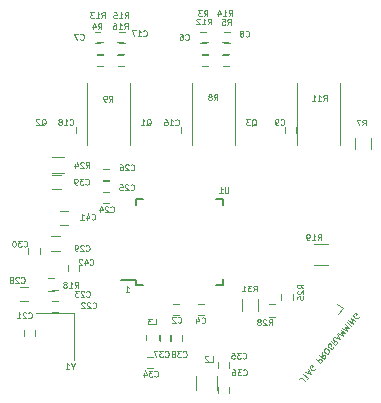
<source format=gbo>
G04 #@! TF.GenerationSoftware,KiCad,Pcbnew,(5.1.5)-3*
G04 #@! TF.CreationDate,2020-04-05T23:19:53-02:30*
G04 #@! TF.ProjectId,Thruster_Controller,54687275-7374-4657-925f-436f6e74726f,rev?*
G04 #@! TF.SameCoordinates,Original*
G04 #@! TF.FileFunction,Legend,Bot*
G04 #@! TF.FilePolarity,Positive*
%FSLAX46Y46*%
G04 Gerber Fmt 4.6, Leading zero omitted, Abs format (unit mm)*
G04 Created by KiCad (PCBNEW (5.1.5)-3) date 2020-04-05 23:19:53*
%MOMM*%
%LPD*%
G04 APERTURE LIST*
%ADD10C,0.125000*%
%ADD11C,0.120000*%
%ADD12C,0.150000*%
G04 APERTURE END LIST*
D10*
X95427142Y-106716190D02*
X95712857Y-106716190D01*
X95570000Y-106716190D02*
X95570000Y-106216190D01*
X95617619Y-106287619D01*
X95665238Y-106335238D01*
X95712857Y-106359047D01*
X110660602Y-114230678D02*
X110387015Y-114001111D01*
X110316993Y-113973437D01*
X110249906Y-113979306D01*
X110185753Y-114018719D01*
X110155144Y-114055198D01*
X110767733Y-114103004D02*
X110951387Y-113884134D01*
X110476538Y-113672175D02*
X110859560Y-113993569D01*
X110769626Y-113545132D02*
X110922671Y-113362741D01*
X110629583Y-113489784D02*
X111119736Y-113683504D01*
X110843845Y-113234436D01*
X111484109Y-113212220D02*
X111471739Y-113264003D01*
X111425825Y-113318720D01*
X111361673Y-113358133D01*
X111294586Y-113364003D01*
X111242803Y-113351633D01*
X111154542Y-113308654D01*
X111099824Y-113262741D01*
X111042172Y-113183284D01*
X111020998Y-113134436D01*
X111015129Y-113067349D01*
X111042803Y-112997327D01*
X111073412Y-112960848D01*
X111137565Y-112921435D01*
X111171108Y-112918501D01*
X111298782Y-113025632D01*
X111237565Y-113098589D01*
X111517242Y-112431913D02*
X111900264Y-112753307D01*
X112022700Y-112607393D01*
X112035069Y-112555611D01*
X112032135Y-112522067D01*
X112010961Y-112473219D01*
X111956243Y-112427306D01*
X111904461Y-112414936D01*
X111870917Y-112417870D01*
X111822069Y-112439044D01*
X111699633Y-112584958D01*
X112022289Y-111830021D02*
X112097549Y-112110740D01*
X111838635Y-112048891D02*
X112221658Y-112370284D01*
X112344093Y-112224371D01*
X112356463Y-112172588D01*
X112353529Y-112139045D01*
X112332355Y-112090197D01*
X112277637Y-112044283D01*
X112225854Y-112031914D01*
X112192311Y-112034848D01*
X112143463Y-112056022D01*
X112021027Y-112201935D01*
X112604269Y-111914306D02*
X112665487Y-111841349D01*
X112677857Y-111789566D01*
X112671988Y-111722479D01*
X112614335Y-111643022D01*
X112486661Y-111535891D01*
X112398400Y-111492912D01*
X112331313Y-111498781D01*
X112282465Y-111519955D01*
X112221247Y-111592912D01*
X112208877Y-111644695D01*
X112214747Y-111711782D01*
X112272399Y-111791239D01*
X112400073Y-111898370D01*
X112488334Y-111941349D01*
X112555421Y-111935479D01*
X112604269Y-111914306D01*
X113029860Y-111370066D02*
X113017490Y-111421848D01*
X112971577Y-111476566D01*
X112907424Y-111515979D01*
X112840337Y-111521848D01*
X112788554Y-111509479D01*
X112700293Y-111466500D01*
X112645575Y-111420586D01*
X112587923Y-111341129D01*
X112566749Y-111292281D01*
X112560880Y-111225194D01*
X112588554Y-111155172D01*
X112619163Y-111118694D01*
X112683316Y-111079281D01*
X112716859Y-111076346D01*
X112844534Y-111183477D01*
X112783316Y-111256434D01*
X113001775Y-110662715D02*
X113077035Y-110943434D01*
X112818121Y-110881585D02*
X113201144Y-111202979D01*
X113323579Y-111057065D01*
X113335949Y-111005283D01*
X113333014Y-110971739D01*
X113311841Y-110922891D01*
X113257123Y-110876978D01*
X113205340Y-110864608D01*
X113171797Y-110867542D01*
X113122949Y-110888716D01*
X113000513Y-111034630D01*
X113233646Y-110608629D02*
X113386690Y-110426237D01*
X113093602Y-110553280D02*
X113583755Y-110747000D01*
X113307864Y-110297932D01*
X113414996Y-110170258D02*
X113798018Y-110491652D01*
X113631562Y-110134411D01*
X114012280Y-110236304D01*
X113629258Y-109914910D01*
X113782303Y-109732518D02*
X114165325Y-110053912D01*
X113998869Y-109696671D01*
X114379588Y-109798564D01*
X113996565Y-109477170D01*
X114149610Y-109294778D02*
X114532632Y-109616172D01*
X114302655Y-109112387D02*
X114685677Y-109433781D01*
X114486308Y-108893517D01*
X114869330Y-109214911D01*
X115172485Y-108816584D02*
X115160115Y-108868367D01*
X115114202Y-108923084D01*
X115050049Y-108962497D01*
X114982962Y-108968367D01*
X114931179Y-108955997D01*
X114842918Y-108913018D01*
X114788201Y-108867105D01*
X114730549Y-108787648D01*
X114709375Y-108738800D01*
X114703505Y-108671713D01*
X114731180Y-108601691D01*
X114761789Y-108565212D01*
X114825941Y-108525799D01*
X114859485Y-108522865D01*
X114987159Y-108629996D01*
X114925941Y-108702953D01*
D11*
X113405557Y-108600587D02*
X113813727Y-108114149D01*
X113813727Y-108114149D02*
X113327289Y-107705979D01*
D12*
X96325000Y-105725000D02*
X95050000Y-105725000D01*
X103675000Y-106175000D02*
X103125000Y-106175000D01*
X103675000Y-98825000D02*
X103125000Y-98825000D01*
X96325000Y-98825000D02*
X96875000Y-98825000D01*
X96325000Y-106175000D02*
X96875000Y-106175000D01*
X96325000Y-98825000D02*
X96325000Y-99375000D01*
X103675000Y-98825000D02*
X103675000Y-99375000D01*
X103675000Y-106175000D02*
X103675000Y-105625000D01*
X96325000Y-106175000D02*
X96325000Y-105725000D01*
D11*
X101370000Y-113800000D02*
X101370000Y-115000000D01*
X103130000Y-115000000D02*
X103130000Y-113800000D01*
X97170000Y-110825000D02*
X97170000Y-110325000D01*
X98230000Y-110325000D02*
X98230000Y-110825000D01*
X91025000Y-108475000D02*
X91025000Y-112475000D01*
X87875000Y-108475000D02*
X91025000Y-108475000D01*
X109895000Y-92750000D02*
X109895000Y-93250000D01*
X108955000Y-93250000D02*
X108955000Y-92750000D01*
X100105000Y-93250000D02*
X100105000Y-92750000D01*
X101045000Y-92750000D02*
X101045000Y-93250000D01*
X92145000Y-92775000D02*
X92145000Y-93275000D01*
X91205000Y-93275000D02*
X91205000Y-92775000D01*
X99475000Y-107705000D02*
X99975000Y-107705000D01*
X99975000Y-108645000D02*
X99475000Y-108645000D01*
X101550000Y-107705000D02*
X102050000Y-107705000D01*
X102050000Y-108645000D02*
X101550000Y-108645000D01*
X114850000Y-93650000D02*
X114850000Y-94650000D01*
X116210000Y-94650000D02*
X116210000Y-93650000D01*
X101700000Y-84680000D02*
X102200000Y-84680000D01*
X102200000Y-85620000D02*
X101700000Y-85620000D01*
X93300000Y-85620000D02*
X92800000Y-85620000D01*
X92800000Y-84680000D02*
X93300000Y-84680000D01*
X103800000Y-84680000D02*
X104300000Y-84680000D01*
X104300000Y-85620000D02*
X103800000Y-85620000D01*
X95400000Y-85620000D02*
X94900000Y-85620000D01*
X94900000Y-84680000D02*
X95400000Y-84680000D01*
X93500000Y-98280000D02*
X94000000Y-98280000D01*
X94000000Y-99220000D02*
X93500000Y-99220000D01*
X94000000Y-98245000D02*
X93500000Y-98245000D01*
X93500000Y-97305000D02*
X94000000Y-97305000D01*
X93500000Y-96330000D02*
X94000000Y-96330000D01*
X94000000Y-97270000D02*
X93500000Y-97270000D01*
X102400000Y-86630000D02*
X101900000Y-86630000D01*
X101900000Y-85570000D02*
X102400000Y-85570000D01*
X93500000Y-86650000D02*
X93000000Y-86650000D01*
X93000000Y-85590000D02*
X93500000Y-85590000D01*
X103675000Y-86570000D02*
X104175000Y-86570000D01*
X104175000Y-87630000D02*
X103675000Y-87630000D01*
X102400000Y-87630000D02*
X101900000Y-87630000D01*
X101900000Y-86570000D02*
X102400000Y-86570000D01*
X93500000Y-87630000D02*
X93000000Y-87630000D01*
X93000000Y-86570000D02*
X93500000Y-86570000D01*
X104100000Y-86630000D02*
X103600000Y-86630000D01*
X103600000Y-85570000D02*
X104100000Y-85570000D01*
X94775000Y-86570000D02*
X95275000Y-86570000D01*
X95275000Y-87630000D02*
X94775000Y-87630000D01*
X94700000Y-85595000D02*
X95200000Y-85595000D01*
X95200000Y-86655000D02*
X94700000Y-86655000D01*
X97275000Y-112255000D02*
X97775000Y-112255000D01*
X97775000Y-113195000D02*
X97275000Y-113195000D01*
X104220000Y-112675000D02*
X104220000Y-113175000D01*
X103280000Y-113175000D02*
X103280000Y-112675000D01*
X103280000Y-115250000D02*
X103280000Y-114750000D01*
X104220000Y-114750000D02*
X104220000Y-115250000D01*
X98355000Y-110850000D02*
X98355000Y-110350000D01*
X99295000Y-110350000D02*
X99295000Y-110850000D01*
X100170000Y-110350000D02*
X100170000Y-110850000D01*
X99230000Y-110850000D02*
X99230000Y-110350000D01*
X108580000Y-107430000D02*
X108580000Y-106930000D01*
X109640000Y-106930000D02*
X109640000Y-107430000D01*
X107540000Y-107770000D02*
X108040000Y-107770000D01*
X108040000Y-108830000D02*
X107540000Y-108830000D01*
X89925000Y-96825000D02*
X89225000Y-96825000D01*
X89225000Y-98025000D02*
X89925000Y-98025000D01*
X90550000Y-99875000D02*
X89850000Y-99875000D01*
X89850000Y-101075000D02*
X90550000Y-101075000D01*
X87745000Y-109950000D02*
X87745000Y-110450000D01*
X86805000Y-110450000D02*
X86805000Y-109950000D01*
X89675000Y-108395000D02*
X89175000Y-108395000D01*
X89175000Y-107455000D02*
X89675000Y-107455000D01*
X88875000Y-105570000D02*
X89375000Y-105570000D01*
X89375000Y-106630000D02*
X88875000Y-106630000D01*
X89200000Y-106580000D02*
X89700000Y-106580000D01*
X89700000Y-107520000D02*
X89200000Y-107520000D01*
X86500000Y-107500000D02*
X87200000Y-107500000D01*
X87200000Y-106300000D02*
X86500000Y-106300000D01*
X89150000Y-103225000D02*
X89850000Y-103225000D01*
X89850000Y-102025000D02*
X89150000Y-102025000D01*
X88145000Y-103025000D02*
X88145000Y-103525000D01*
X87205000Y-103525000D02*
X87205000Y-103025000D01*
X90530000Y-104950000D02*
X90530000Y-104450000D01*
X91470000Y-104450000D02*
X91470000Y-104950000D01*
X90225000Y-95320000D02*
X89225000Y-95320000D01*
X89225000Y-96680000D02*
X90225000Y-96680000D01*
X105295000Y-107350000D02*
X105295000Y-108350000D01*
X106655000Y-108350000D02*
X106655000Y-107350000D01*
X112560000Y-102680000D02*
X111360000Y-102680000D01*
X111360000Y-104440000D02*
X112560000Y-104440000D01*
X101080000Y-89050000D02*
X101080000Y-94250000D01*
X104720000Y-94250000D02*
X104720000Y-89050000D01*
X92180000Y-89050000D02*
X92180000Y-94250000D01*
X95820000Y-94250000D02*
X95820000Y-89050000D01*
X113620000Y-94250000D02*
X113620000Y-89050000D01*
X109980000Y-89050000D02*
X109980000Y-94250000D01*
D10*
X104140952Y-97866190D02*
X104140952Y-98270952D01*
X104117142Y-98318571D01*
X104093333Y-98342380D01*
X104045714Y-98366190D01*
X103950476Y-98366190D01*
X103902857Y-98342380D01*
X103879047Y-98318571D01*
X103855238Y-98270952D01*
X103855238Y-97866190D01*
X103355238Y-98366190D02*
X103640952Y-98366190D01*
X103498095Y-98366190D02*
X103498095Y-97866190D01*
X103545714Y-97937619D01*
X103593333Y-97985238D01*
X103640952Y-98009047D01*
X97197619Y-92623809D02*
X97245238Y-92600000D01*
X97292857Y-92552380D01*
X97364285Y-92480952D01*
X97411904Y-92457142D01*
X97459523Y-92457142D01*
X97435714Y-92576190D02*
X97483333Y-92552380D01*
X97530952Y-92504761D01*
X97554761Y-92409523D01*
X97554761Y-92242857D01*
X97530952Y-92147619D01*
X97483333Y-92100000D01*
X97435714Y-92076190D01*
X97340476Y-92076190D01*
X97292857Y-92100000D01*
X97245238Y-92147619D01*
X97221428Y-92242857D01*
X97221428Y-92409523D01*
X97245238Y-92504761D01*
X97292857Y-92552380D01*
X97340476Y-92576190D01*
X97435714Y-92576190D01*
X96745238Y-92576190D02*
X97030952Y-92576190D01*
X96888095Y-92576190D02*
X96888095Y-92076190D01*
X96935714Y-92147619D01*
X96983333Y-92195238D01*
X97030952Y-92219047D01*
X102583333Y-112616190D02*
X102821428Y-112616190D01*
X102821428Y-112116190D01*
X102440476Y-112163809D02*
X102416666Y-112140000D01*
X102369047Y-112116190D01*
X102250000Y-112116190D01*
X102202380Y-112140000D01*
X102178571Y-112163809D01*
X102154761Y-112211428D01*
X102154761Y-112259047D01*
X102178571Y-112330476D01*
X102464285Y-112616190D01*
X102154761Y-112616190D01*
X97773333Y-109476190D02*
X98011428Y-109476190D01*
X98011428Y-108976190D01*
X97654285Y-108976190D02*
X97344761Y-108976190D01*
X97511428Y-109166666D01*
X97440000Y-109166666D01*
X97392380Y-109190476D01*
X97368571Y-109214285D01*
X97344761Y-109261904D01*
X97344761Y-109380952D01*
X97368571Y-109428571D01*
X97392380Y-109452380D01*
X97440000Y-109476190D01*
X97582857Y-109476190D01*
X97630476Y-109452380D01*
X97654285Y-109428571D01*
X90963095Y-113038095D02*
X90963095Y-113276190D01*
X91129761Y-112776190D02*
X90963095Y-113038095D01*
X90796428Y-112776190D01*
X90367857Y-113276190D02*
X90653571Y-113276190D01*
X90510714Y-113276190D02*
X90510714Y-112776190D01*
X90558333Y-112847619D01*
X90605952Y-112895238D01*
X90653571Y-112919047D01*
X108563333Y-92538571D02*
X108587142Y-92562380D01*
X108658571Y-92586190D01*
X108706190Y-92586190D01*
X108777619Y-92562380D01*
X108825238Y-92514761D01*
X108849047Y-92467142D01*
X108872857Y-92371904D01*
X108872857Y-92300476D01*
X108849047Y-92205238D01*
X108825238Y-92157619D01*
X108777619Y-92110000D01*
X108706190Y-92086190D01*
X108658571Y-92086190D01*
X108587142Y-92110000D01*
X108563333Y-92133809D01*
X108325238Y-92586190D02*
X108230000Y-92586190D01*
X108182380Y-92562380D01*
X108158571Y-92538571D01*
X108110952Y-92467142D01*
X108087142Y-92371904D01*
X108087142Y-92181428D01*
X108110952Y-92133809D01*
X108134761Y-92110000D01*
X108182380Y-92086190D01*
X108277619Y-92086190D01*
X108325238Y-92110000D01*
X108349047Y-92133809D01*
X108372857Y-92181428D01*
X108372857Y-92300476D01*
X108349047Y-92348095D01*
X108325238Y-92371904D01*
X108277619Y-92395714D01*
X108182380Y-92395714D01*
X108134761Y-92371904D01*
X108110952Y-92348095D01*
X108087142Y-92300476D01*
X99651428Y-92558571D02*
X99675238Y-92582380D01*
X99746666Y-92606190D01*
X99794285Y-92606190D01*
X99865714Y-92582380D01*
X99913333Y-92534761D01*
X99937142Y-92487142D01*
X99960952Y-92391904D01*
X99960952Y-92320476D01*
X99937142Y-92225238D01*
X99913333Y-92177619D01*
X99865714Y-92130000D01*
X99794285Y-92106190D01*
X99746666Y-92106190D01*
X99675238Y-92130000D01*
X99651428Y-92153809D01*
X99175238Y-92606190D02*
X99460952Y-92606190D01*
X99318095Y-92606190D02*
X99318095Y-92106190D01*
X99365714Y-92177619D01*
X99413333Y-92225238D01*
X99460952Y-92249047D01*
X98746666Y-92106190D02*
X98841904Y-92106190D01*
X98889523Y-92130000D01*
X98913333Y-92153809D01*
X98960952Y-92225238D01*
X98984761Y-92320476D01*
X98984761Y-92510952D01*
X98960952Y-92558571D01*
X98937142Y-92582380D01*
X98889523Y-92606190D01*
X98794285Y-92606190D01*
X98746666Y-92582380D01*
X98722857Y-92558571D01*
X98699047Y-92510952D01*
X98699047Y-92391904D01*
X98722857Y-92344285D01*
X98746666Y-92320476D01*
X98794285Y-92296666D01*
X98889523Y-92296666D01*
X98937142Y-92320476D01*
X98960952Y-92344285D01*
X98984761Y-92391904D01*
X90701428Y-92528571D02*
X90725238Y-92552380D01*
X90796666Y-92576190D01*
X90844285Y-92576190D01*
X90915714Y-92552380D01*
X90963333Y-92504761D01*
X90987142Y-92457142D01*
X91010952Y-92361904D01*
X91010952Y-92290476D01*
X90987142Y-92195238D01*
X90963333Y-92147619D01*
X90915714Y-92100000D01*
X90844285Y-92076190D01*
X90796666Y-92076190D01*
X90725238Y-92100000D01*
X90701428Y-92123809D01*
X90225238Y-92576190D02*
X90510952Y-92576190D01*
X90368095Y-92576190D02*
X90368095Y-92076190D01*
X90415714Y-92147619D01*
X90463333Y-92195238D01*
X90510952Y-92219047D01*
X89939523Y-92290476D02*
X89987142Y-92266666D01*
X90010952Y-92242857D01*
X90034761Y-92195238D01*
X90034761Y-92171428D01*
X90010952Y-92123809D01*
X89987142Y-92100000D01*
X89939523Y-92076190D01*
X89844285Y-92076190D01*
X89796666Y-92100000D01*
X89772857Y-92123809D01*
X89749047Y-92171428D01*
X89749047Y-92195238D01*
X89772857Y-92242857D01*
X89796666Y-92266666D01*
X89844285Y-92290476D01*
X89939523Y-92290476D01*
X89987142Y-92314285D01*
X90010952Y-92338095D01*
X90034761Y-92385714D01*
X90034761Y-92480952D01*
X90010952Y-92528571D01*
X89987142Y-92552380D01*
X89939523Y-92576190D01*
X89844285Y-92576190D01*
X89796666Y-92552380D01*
X89772857Y-92528571D01*
X89749047Y-92480952D01*
X89749047Y-92385714D01*
X89772857Y-92338095D01*
X89796666Y-92314285D01*
X89844285Y-92290476D01*
X99853333Y-109278571D02*
X99877142Y-109302380D01*
X99948571Y-109326190D01*
X99996190Y-109326190D01*
X100067619Y-109302380D01*
X100115238Y-109254761D01*
X100139047Y-109207142D01*
X100162857Y-109111904D01*
X100162857Y-109040476D01*
X100139047Y-108945238D01*
X100115238Y-108897619D01*
X100067619Y-108850000D01*
X99996190Y-108826190D01*
X99948571Y-108826190D01*
X99877142Y-108850000D01*
X99853333Y-108873809D01*
X99662857Y-108873809D02*
X99639047Y-108850000D01*
X99591428Y-108826190D01*
X99472380Y-108826190D01*
X99424761Y-108850000D01*
X99400952Y-108873809D01*
X99377142Y-108921428D01*
X99377142Y-108969047D01*
X99400952Y-109040476D01*
X99686666Y-109326190D01*
X99377142Y-109326190D01*
X101863333Y-109318571D02*
X101887142Y-109342380D01*
X101958571Y-109366190D01*
X102006190Y-109366190D01*
X102077619Y-109342380D01*
X102125238Y-109294761D01*
X102149047Y-109247142D01*
X102172857Y-109151904D01*
X102172857Y-109080476D01*
X102149047Y-108985238D01*
X102125238Y-108937619D01*
X102077619Y-108890000D01*
X102006190Y-108866190D01*
X101958571Y-108866190D01*
X101887142Y-108890000D01*
X101863333Y-108913809D01*
X101434761Y-109032857D02*
X101434761Y-109366190D01*
X101553809Y-108842380D02*
X101672857Y-109199523D01*
X101363333Y-109199523D01*
X115483333Y-92626190D02*
X115650000Y-92388095D01*
X115769047Y-92626190D02*
X115769047Y-92126190D01*
X115578571Y-92126190D01*
X115530952Y-92150000D01*
X115507142Y-92173809D01*
X115483333Y-92221428D01*
X115483333Y-92292857D01*
X115507142Y-92340476D01*
X115530952Y-92364285D01*
X115578571Y-92388095D01*
X115769047Y-92388095D01*
X115316666Y-92126190D02*
X114983333Y-92126190D01*
X115197619Y-92626190D01*
X100483333Y-85338571D02*
X100507142Y-85362380D01*
X100578571Y-85386190D01*
X100626190Y-85386190D01*
X100697619Y-85362380D01*
X100745238Y-85314761D01*
X100769047Y-85267142D01*
X100792857Y-85171904D01*
X100792857Y-85100476D01*
X100769047Y-85005238D01*
X100745238Y-84957619D01*
X100697619Y-84910000D01*
X100626190Y-84886190D01*
X100578571Y-84886190D01*
X100507142Y-84910000D01*
X100483333Y-84933809D01*
X100054761Y-84886190D02*
X100150000Y-84886190D01*
X100197619Y-84910000D01*
X100221428Y-84933809D01*
X100269047Y-85005238D01*
X100292857Y-85100476D01*
X100292857Y-85290952D01*
X100269047Y-85338571D01*
X100245238Y-85362380D01*
X100197619Y-85386190D01*
X100102380Y-85386190D01*
X100054761Y-85362380D01*
X100030952Y-85338571D01*
X100007142Y-85290952D01*
X100007142Y-85171904D01*
X100030952Y-85124285D01*
X100054761Y-85100476D01*
X100102380Y-85076666D01*
X100197619Y-85076666D01*
X100245238Y-85100476D01*
X100269047Y-85124285D01*
X100292857Y-85171904D01*
X91593333Y-85328571D02*
X91617142Y-85352380D01*
X91688571Y-85376190D01*
X91736190Y-85376190D01*
X91807619Y-85352380D01*
X91855238Y-85304761D01*
X91879047Y-85257142D01*
X91902857Y-85161904D01*
X91902857Y-85090476D01*
X91879047Y-84995238D01*
X91855238Y-84947619D01*
X91807619Y-84900000D01*
X91736190Y-84876190D01*
X91688571Y-84876190D01*
X91617142Y-84900000D01*
X91593333Y-84923809D01*
X91426666Y-84876190D02*
X91093333Y-84876190D01*
X91307619Y-85376190D01*
X105603333Y-85058571D02*
X105627142Y-85082380D01*
X105698571Y-85106190D01*
X105746190Y-85106190D01*
X105817619Y-85082380D01*
X105865238Y-85034761D01*
X105889047Y-84987142D01*
X105912857Y-84891904D01*
X105912857Y-84820476D01*
X105889047Y-84725238D01*
X105865238Y-84677619D01*
X105817619Y-84630000D01*
X105746190Y-84606190D01*
X105698571Y-84606190D01*
X105627142Y-84630000D01*
X105603333Y-84653809D01*
X105317619Y-84820476D02*
X105365238Y-84796666D01*
X105389047Y-84772857D01*
X105412857Y-84725238D01*
X105412857Y-84701428D01*
X105389047Y-84653809D01*
X105365238Y-84630000D01*
X105317619Y-84606190D01*
X105222380Y-84606190D01*
X105174761Y-84630000D01*
X105150952Y-84653809D01*
X105127142Y-84701428D01*
X105127142Y-84725238D01*
X105150952Y-84772857D01*
X105174761Y-84796666D01*
X105222380Y-84820476D01*
X105317619Y-84820476D01*
X105365238Y-84844285D01*
X105389047Y-84868095D01*
X105412857Y-84915714D01*
X105412857Y-85010952D01*
X105389047Y-85058571D01*
X105365238Y-85082380D01*
X105317619Y-85106190D01*
X105222380Y-85106190D01*
X105174761Y-85082380D01*
X105150952Y-85058571D01*
X105127142Y-85010952D01*
X105127142Y-84915714D01*
X105150952Y-84868095D01*
X105174761Y-84844285D01*
X105222380Y-84820476D01*
X96931428Y-85028571D02*
X96955238Y-85052380D01*
X97026666Y-85076190D01*
X97074285Y-85076190D01*
X97145714Y-85052380D01*
X97193333Y-85004761D01*
X97217142Y-84957142D01*
X97240952Y-84861904D01*
X97240952Y-84790476D01*
X97217142Y-84695238D01*
X97193333Y-84647619D01*
X97145714Y-84600000D01*
X97074285Y-84576190D01*
X97026666Y-84576190D01*
X96955238Y-84600000D01*
X96931428Y-84623809D01*
X96455238Y-85076190D02*
X96740952Y-85076190D01*
X96598095Y-85076190D02*
X96598095Y-84576190D01*
X96645714Y-84647619D01*
X96693333Y-84695238D01*
X96740952Y-84719047D01*
X96288571Y-84576190D02*
X95955238Y-84576190D01*
X96169523Y-85076190D01*
X94151428Y-99928571D02*
X94175238Y-99952380D01*
X94246666Y-99976190D01*
X94294285Y-99976190D01*
X94365714Y-99952380D01*
X94413333Y-99904761D01*
X94437142Y-99857142D01*
X94460952Y-99761904D01*
X94460952Y-99690476D01*
X94437142Y-99595238D01*
X94413333Y-99547619D01*
X94365714Y-99500000D01*
X94294285Y-99476190D01*
X94246666Y-99476190D01*
X94175238Y-99500000D01*
X94151428Y-99523809D01*
X93960952Y-99523809D02*
X93937142Y-99500000D01*
X93889523Y-99476190D01*
X93770476Y-99476190D01*
X93722857Y-99500000D01*
X93699047Y-99523809D01*
X93675238Y-99571428D01*
X93675238Y-99619047D01*
X93699047Y-99690476D01*
X93984761Y-99976190D01*
X93675238Y-99976190D01*
X93246666Y-99642857D02*
X93246666Y-99976190D01*
X93365714Y-99452380D02*
X93484761Y-99809523D01*
X93175238Y-99809523D01*
X95851428Y-98068571D02*
X95875238Y-98092380D01*
X95946666Y-98116190D01*
X95994285Y-98116190D01*
X96065714Y-98092380D01*
X96113333Y-98044761D01*
X96137142Y-97997142D01*
X96160952Y-97901904D01*
X96160952Y-97830476D01*
X96137142Y-97735238D01*
X96113333Y-97687619D01*
X96065714Y-97640000D01*
X95994285Y-97616190D01*
X95946666Y-97616190D01*
X95875238Y-97640000D01*
X95851428Y-97663809D01*
X95660952Y-97663809D02*
X95637142Y-97640000D01*
X95589523Y-97616190D01*
X95470476Y-97616190D01*
X95422857Y-97640000D01*
X95399047Y-97663809D01*
X95375238Y-97711428D01*
X95375238Y-97759047D01*
X95399047Y-97830476D01*
X95684761Y-98116190D01*
X95375238Y-98116190D01*
X94922857Y-97616190D02*
X95160952Y-97616190D01*
X95184761Y-97854285D01*
X95160952Y-97830476D01*
X95113333Y-97806666D01*
X94994285Y-97806666D01*
X94946666Y-97830476D01*
X94922857Y-97854285D01*
X94899047Y-97901904D01*
X94899047Y-98020952D01*
X94922857Y-98068571D01*
X94946666Y-98092380D01*
X94994285Y-98116190D01*
X95113333Y-98116190D01*
X95160952Y-98092380D01*
X95184761Y-98068571D01*
X95871428Y-96378571D02*
X95895238Y-96402380D01*
X95966666Y-96426190D01*
X96014285Y-96426190D01*
X96085714Y-96402380D01*
X96133333Y-96354761D01*
X96157142Y-96307142D01*
X96180952Y-96211904D01*
X96180952Y-96140476D01*
X96157142Y-96045238D01*
X96133333Y-95997619D01*
X96085714Y-95950000D01*
X96014285Y-95926190D01*
X95966666Y-95926190D01*
X95895238Y-95950000D01*
X95871428Y-95973809D01*
X95680952Y-95973809D02*
X95657142Y-95950000D01*
X95609523Y-95926190D01*
X95490476Y-95926190D01*
X95442857Y-95950000D01*
X95419047Y-95973809D01*
X95395238Y-96021428D01*
X95395238Y-96069047D01*
X95419047Y-96140476D01*
X95704761Y-96426190D01*
X95395238Y-96426190D01*
X94966666Y-95926190D02*
X95061904Y-95926190D01*
X95109523Y-95950000D01*
X95133333Y-95973809D01*
X95180952Y-96045238D01*
X95204761Y-96140476D01*
X95204761Y-96330952D01*
X95180952Y-96378571D01*
X95157142Y-96402380D01*
X95109523Y-96426190D01*
X95014285Y-96426190D01*
X94966666Y-96402380D01*
X94942857Y-96378571D01*
X94919047Y-96330952D01*
X94919047Y-96211904D01*
X94942857Y-96164285D01*
X94966666Y-96140476D01*
X95014285Y-96116666D01*
X95109523Y-96116666D01*
X95157142Y-96140476D01*
X95180952Y-96164285D01*
X95204761Y-96211904D01*
X102073333Y-83386190D02*
X102240000Y-83148095D01*
X102359047Y-83386190D02*
X102359047Y-82886190D01*
X102168571Y-82886190D01*
X102120952Y-82910000D01*
X102097142Y-82933809D01*
X102073333Y-82981428D01*
X102073333Y-83052857D01*
X102097142Y-83100476D01*
X102120952Y-83124285D01*
X102168571Y-83148095D01*
X102359047Y-83148095D01*
X101906666Y-82886190D02*
X101597142Y-82886190D01*
X101763809Y-83076666D01*
X101692380Y-83076666D01*
X101644761Y-83100476D01*
X101620952Y-83124285D01*
X101597142Y-83171904D01*
X101597142Y-83290952D01*
X101620952Y-83338571D01*
X101644761Y-83362380D01*
X101692380Y-83386190D01*
X101835238Y-83386190D01*
X101882857Y-83362380D01*
X101906666Y-83338571D01*
X93093333Y-84486190D02*
X93260000Y-84248095D01*
X93379047Y-84486190D02*
X93379047Y-83986190D01*
X93188571Y-83986190D01*
X93140952Y-84010000D01*
X93117142Y-84033809D01*
X93093333Y-84081428D01*
X93093333Y-84152857D01*
X93117142Y-84200476D01*
X93140952Y-84224285D01*
X93188571Y-84248095D01*
X93379047Y-84248095D01*
X92664761Y-84152857D02*
X92664761Y-84486190D01*
X92783809Y-83962380D02*
X92902857Y-84319523D01*
X92593333Y-84319523D01*
X104053333Y-84116190D02*
X104220000Y-83878095D01*
X104339047Y-84116190D02*
X104339047Y-83616190D01*
X104148571Y-83616190D01*
X104100952Y-83640000D01*
X104077142Y-83663809D01*
X104053333Y-83711428D01*
X104053333Y-83782857D01*
X104077142Y-83830476D01*
X104100952Y-83854285D01*
X104148571Y-83878095D01*
X104339047Y-83878095D01*
X103600952Y-83616190D02*
X103839047Y-83616190D01*
X103862857Y-83854285D01*
X103839047Y-83830476D01*
X103791428Y-83806666D01*
X103672380Y-83806666D01*
X103624761Y-83830476D01*
X103600952Y-83854285D01*
X103577142Y-83901904D01*
X103577142Y-84020952D01*
X103600952Y-84068571D01*
X103624761Y-84092380D01*
X103672380Y-84116190D01*
X103791428Y-84116190D01*
X103839047Y-84092380D01*
X103862857Y-84068571D01*
X102371428Y-84076190D02*
X102538095Y-83838095D01*
X102657142Y-84076190D02*
X102657142Y-83576190D01*
X102466666Y-83576190D01*
X102419047Y-83600000D01*
X102395238Y-83623809D01*
X102371428Y-83671428D01*
X102371428Y-83742857D01*
X102395238Y-83790476D01*
X102419047Y-83814285D01*
X102466666Y-83838095D01*
X102657142Y-83838095D01*
X101895238Y-84076190D02*
X102180952Y-84076190D01*
X102038095Y-84076190D02*
X102038095Y-83576190D01*
X102085714Y-83647619D01*
X102133333Y-83695238D01*
X102180952Y-83719047D01*
X101704761Y-83623809D02*
X101680952Y-83600000D01*
X101633333Y-83576190D01*
X101514285Y-83576190D01*
X101466666Y-83600000D01*
X101442857Y-83623809D01*
X101419047Y-83671428D01*
X101419047Y-83719047D01*
X101442857Y-83790476D01*
X101728571Y-84076190D01*
X101419047Y-84076190D01*
X93391428Y-83546190D02*
X93558095Y-83308095D01*
X93677142Y-83546190D02*
X93677142Y-83046190D01*
X93486666Y-83046190D01*
X93439047Y-83070000D01*
X93415238Y-83093809D01*
X93391428Y-83141428D01*
X93391428Y-83212857D01*
X93415238Y-83260476D01*
X93439047Y-83284285D01*
X93486666Y-83308095D01*
X93677142Y-83308095D01*
X92915238Y-83546190D02*
X93200952Y-83546190D01*
X93058095Y-83546190D02*
X93058095Y-83046190D01*
X93105714Y-83117619D01*
X93153333Y-83165238D01*
X93200952Y-83189047D01*
X92748571Y-83046190D02*
X92439047Y-83046190D01*
X92605714Y-83236666D01*
X92534285Y-83236666D01*
X92486666Y-83260476D01*
X92462857Y-83284285D01*
X92439047Y-83331904D01*
X92439047Y-83450952D01*
X92462857Y-83498571D01*
X92486666Y-83522380D01*
X92534285Y-83546190D01*
X92677142Y-83546190D01*
X92724761Y-83522380D01*
X92748571Y-83498571D01*
X104161428Y-83366190D02*
X104328095Y-83128095D01*
X104447142Y-83366190D02*
X104447142Y-82866190D01*
X104256666Y-82866190D01*
X104209047Y-82890000D01*
X104185238Y-82913809D01*
X104161428Y-82961428D01*
X104161428Y-83032857D01*
X104185238Y-83080476D01*
X104209047Y-83104285D01*
X104256666Y-83128095D01*
X104447142Y-83128095D01*
X103685238Y-83366190D02*
X103970952Y-83366190D01*
X103828095Y-83366190D02*
X103828095Y-82866190D01*
X103875714Y-82937619D01*
X103923333Y-82985238D01*
X103970952Y-83009047D01*
X103256666Y-83032857D02*
X103256666Y-83366190D01*
X103375714Y-82842380D02*
X103494761Y-83199523D01*
X103185238Y-83199523D01*
X95341428Y-83546190D02*
X95508095Y-83308095D01*
X95627142Y-83546190D02*
X95627142Y-83046190D01*
X95436666Y-83046190D01*
X95389047Y-83070000D01*
X95365238Y-83093809D01*
X95341428Y-83141428D01*
X95341428Y-83212857D01*
X95365238Y-83260476D01*
X95389047Y-83284285D01*
X95436666Y-83308095D01*
X95627142Y-83308095D01*
X94865238Y-83546190D02*
X95150952Y-83546190D01*
X95008095Y-83546190D02*
X95008095Y-83046190D01*
X95055714Y-83117619D01*
X95103333Y-83165238D01*
X95150952Y-83189047D01*
X94412857Y-83046190D02*
X94650952Y-83046190D01*
X94674761Y-83284285D01*
X94650952Y-83260476D01*
X94603333Y-83236666D01*
X94484285Y-83236666D01*
X94436666Y-83260476D01*
X94412857Y-83284285D01*
X94389047Y-83331904D01*
X94389047Y-83450952D01*
X94412857Y-83498571D01*
X94436666Y-83522380D01*
X94484285Y-83546190D01*
X94603333Y-83546190D01*
X94650952Y-83522380D01*
X94674761Y-83498571D01*
X95321428Y-84466190D02*
X95488095Y-84228095D01*
X95607142Y-84466190D02*
X95607142Y-83966190D01*
X95416666Y-83966190D01*
X95369047Y-83990000D01*
X95345238Y-84013809D01*
X95321428Y-84061428D01*
X95321428Y-84132857D01*
X95345238Y-84180476D01*
X95369047Y-84204285D01*
X95416666Y-84228095D01*
X95607142Y-84228095D01*
X94845238Y-84466190D02*
X95130952Y-84466190D01*
X94988095Y-84466190D02*
X94988095Y-83966190D01*
X95035714Y-84037619D01*
X95083333Y-84085238D01*
X95130952Y-84109047D01*
X94416666Y-83966190D02*
X94511904Y-83966190D01*
X94559523Y-83990000D01*
X94583333Y-84013809D01*
X94630952Y-84085238D01*
X94654761Y-84180476D01*
X94654761Y-84370952D01*
X94630952Y-84418571D01*
X94607142Y-84442380D01*
X94559523Y-84466190D01*
X94464285Y-84466190D01*
X94416666Y-84442380D01*
X94392857Y-84418571D01*
X94369047Y-84370952D01*
X94369047Y-84251904D01*
X94392857Y-84204285D01*
X94416666Y-84180476D01*
X94464285Y-84156666D01*
X94559523Y-84156666D01*
X94607142Y-84180476D01*
X94630952Y-84204285D01*
X94654761Y-84251904D01*
X88307619Y-92613809D02*
X88355238Y-92590000D01*
X88402857Y-92542380D01*
X88474285Y-92470952D01*
X88521904Y-92447142D01*
X88569523Y-92447142D01*
X88545714Y-92566190D02*
X88593333Y-92542380D01*
X88640952Y-92494761D01*
X88664761Y-92399523D01*
X88664761Y-92232857D01*
X88640952Y-92137619D01*
X88593333Y-92090000D01*
X88545714Y-92066190D01*
X88450476Y-92066190D01*
X88402857Y-92090000D01*
X88355238Y-92137619D01*
X88331428Y-92232857D01*
X88331428Y-92399523D01*
X88355238Y-92494761D01*
X88402857Y-92542380D01*
X88450476Y-92566190D01*
X88545714Y-92566190D01*
X88140952Y-92113809D02*
X88117142Y-92090000D01*
X88069523Y-92066190D01*
X87950476Y-92066190D01*
X87902857Y-92090000D01*
X87879047Y-92113809D01*
X87855238Y-92161428D01*
X87855238Y-92209047D01*
X87879047Y-92280476D01*
X88164761Y-92566190D01*
X87855238Y-92566190D01*
X106117619Y-92663809D02*
X106165238Y-92640000D01*
X106212857Y-92592380D01*
X106284285Y-92520952D01*
X106331904Y-92497142D01*
X106379523Y-92497142D01*
X106355714Y-92616190D02*
X106403333Y-92592380D01*
X106450952Y-92544761D01*
X106474761Y-92449523D01*
X106474761Y-92282857D01*
X106450952Y-92187619D01*
X106403333Y-92140000D01*
X106355714Y-92116190D01*
X106260476Y-92116190D01*
X106212857Y-92140000D01*
X106165238Y-92187619D01*
X106141428Y-92282857D01*
X106141428Y-92449523D01*
X106165238Y-92544761D01*
X106212857Y-92592380D01*
X106260476Y-92616190D01*
X106355714Y-92616190D01*
X105974761Y-92116190D02*
X105665238Y-92116190D01*
X105831904Y-92306666D01*
X105760476Y-92306666D01*
X105712857Y-92330476D01*
X105689047Y-92354285D01*
X105665238Y-92401904D01*
X105665238Y-92520952D01*
X105689047Y-92568571D01*
X105712857Y-92592380D01*
X105760476Y-92616190D01*
X105903333Y-92616190D01*
X105950952Y-92592380D01*
X105974761Y-92568571D01*
X97871428Y-113838571D02*
X97895238Y-113862380D01*
X97966666Y-113886190D01*
X98014285Y-113886190D01*
X98085714Y-113862380D01*
X98133333Y-113814761D01*
X98157142Y-113767142D01*
X98180952Y-113671904D01*
X98180952Y-113600476D01*
X98157142Y-113505238D01*
X98133333Y-113457619D01*
X98085714Y-113410000D01*
X98014285Y-113386190D01*
X97966666Y-113386190D01*
X97895238Y-113410000D01*
X97871428Y-113433809D01*
X97704761Y-113386190D02*
X97395238Y-113386190D01*
X97561904Y-113576666D01*
X97490476Y-113576666D01*
X97442857Y-113600476D01*
X97419047Y-113624285D01*
X97395238Y-113671904D01*
X97395238Y-113790952D01*
X97419047Y-113838571D01*
X97442857Y-113862380D01*
X97490476Y-113886190D01*
X97633333Y-113886190D01*
X97680952Y-113862380D01*
X97704761Y-113838571D01*
X96966666Y-113552857D02*
X96966666Y-113886190D01*
X97085714Y-113362380D02*
X97204761Y-113719523D01*
X96895238Y-113719523D01*
X105341428Y-112328571D02*
X105365238Y-112352380D01*
X105436666Y-112376190D01*
X105484285Y-112376190D01*
X105555714Y-112352380D01*
X105603333Y-112304761D01*
X105627142Y-112257142D01*
X105650952Y-112161904D01*
X105650952Y-112090476D01*
X105627142Y-111995238D01*
X105603333Y-111947619D01*
X105555714Y-111900000D01*
X105484285Y-111876190D01*
X105436666Y-111876190D01*
X105365238Y-111900000D01*
X105341428Y-111923809D01*
X105174761Y-111876190D02*
X104865238Y-111876190D01*
X105031904Y-112066666D01*
X104960476Y-112066666D01*
X104912857Y-112090476D01*
X104889047Y-112114285D01*
X104865238Y-112161904D01*
X104865238Y-112280952D01*
X104889047Y-112328571D01*
X104912857Y-112352380D01*
X104960476Y-112376190D01*
X105103333Y-112376190D01*
X105150952Y-112352380D01*
X105174761Y-112328571D01*
X104412857Y-111876190D02*
X104650952Y-111876190D01*
X104674761Y-112114285D01*
X104650952Y-112090476D01*
X104603333Y-112066666D01*
X104484285Y-112066666D01*
X104436666Y-112090476D01*
X104412857Y-112114285D01*
X104389047Y-112161904D01*
X104389047Y-112280952D01*
X104412857Y-112328571D01*
X104436666Y-112352380D01*
X104484285Y-112376190D01*
X104603333Y-112376190D01*
X104650952Y-112352380D01*
X104674761Y-112328571D01*
X105391428Y-113728571D02*
X105415238Y-113752380D01*
X105486666Y-113776190D01*
X105534285Y-113776190D01*
X105605714Y-113752380D01*
X105653333Y-113704761D01*
X105677142Y-113657142D01*
X105700952Y-113561904D01*
X105700952Y-113490476D01*
X105677142Y-113395238D01*
X105653333Y-113347619D01*
X105605714Y-113300000D01*
X105534285Y-113276190D01*
X105486666Y-113276190D01*
X105415238Y-113300000D01*
X105391428Y-113323809D01*
X105224761Y-113276190D02*
X104915238Y-113276190D01*
X105081904Y-113466666D01*
X105010476Y-113466666D01*
X104962857Y-113490476D01*
X104939047Y-113514285D01*
X104915238Y-113561904D01*
X104915238Y-113680952D01*
X104939047Y-113728571D01*
X104962857Y-113752380D01*
X105010476Y-113776190D01*
X105153333Y-113776190D01*
X105200952Y-113752380D01*
X105224761Y-113728571D01*
X104486666Y-113276190D02*
X104581904Y-113276190D01*
X104629523Y-113300000D01*
X104653333Y-113323809D01*
X104700952Y-113395238D01*
X104724761Y-113490476D01*
X104724761Y-113680952D01*
X104700952Y-113728571D01*
X104677142Y-113752380D01*
X104629523Y-113776190D01*
X104534285Y-113776190D01*
X104486666Y-113752380D01*
X104462857Y-113728571D01*
X104439047Y-113680952D01*
X104439047Y-113561904D01*
X104462857Y-113514285D01*
X104486666Y-113490476D01*
X104534285Y-113466666D01*
X104629523Y-113466666D01*
X104677142Y-113490476D01*
X104700952Y-113514285D01*
X104724761Y-113561904D01*
X98771428Y-112178571D02*
X98795238Y-112202380D01*
X98866666Y-112226190D01*
X98914285Y-112226190D01*
X98985714Y-112202380D01*
X99033333Y-112154761D01*
X99057142Y-112107142D01*
X99080952Y-112011904D01*
X99080952Y-111940476D01*
X99057142Y-111845238D01*
X99033333Y-111797619D01*
X98985714Y-111750000D01*
X98914285Y-111726190D01*
X98866666Y-111726190D01*
X98795238Y-111750000D01*
X98771428Y-111773809D01*
X98604761Y-111726190D02*
X98295238Y-111726190D01*
X98461904Y-111916666D01*
X98390476Y-111916666D01*
X98342857Y-111940476D01*
X98319047Y-111964285D01*
X98295238Y-112011904D01*
X98295238Y-112130952D01*
X98319047Y-112178571D01*
X98342857Y-112202380D01*
X98390476Y-112226190D01*
X98533333Y-112226190D01*
X98580952Y-112202380D01*
X98604761Y-112178571D01*
X98128571Y-111726190D02*
X97795238Y-111726190D01*
X98009523Y-112226190D01*
X100291428Y-112188571D02*
X100315238Y-112212380D01*
X100386666Y-112236190D01*
X100434285Y-112236190D01*
X100505714Y-112212380D01*
X100553333Y-112164761D01*
X100577142Y-112117142D01*
X100600952Y-112021904D01*
X100600952Y-111950476D01*
X100577142Y-111855238D01*
X100553333Y-111807619D01*
X100505714Y-111760000D01*
X100434285Y-111736190D01*
X100386666Y-111736190D01*
X100315238Y-111760000D01*
X100291428Y-111783809D01*
X100124761Y-111736190D02*
X99815238Y-111736190D01*
X99981904Y-111926666D01*
X99910476Y-111926666D01*
X99862857Y-111950476D01*
X99839047Y-111974285D01*
X99815238Y-112021904D01*
X99815238Y-112140952D01*
X99839047Y-112188571D01*
X99862857Y-112212380D01*
X99910476Y-112236190D01*
X100053333Y-112236190D01*
X100100952Y-112212380D01*
X100124761Y-112188571D01*
X99529523Y-111950476D02*
X99577142Y-111926666D01*
X99600952Y-111902857D01*
X99624761Y-111855238D01*
X99624761Y-111831428D01*
X99600952Y-111783809D01*
X99577142Y-111760000D01*
X99529523Y-111736190D01*
X99434285Y-111736190D01*
X99386666Y-111760000D01*
X99362857Y-111783809D01*
X99339047Y-111831428D01*
X99339047Y-111855238D01*
X99362857Y-111902857D01*
X99386666Y-111926666D01*
X99434285Y-111950476D01*
X99529523Y-111950476D01*
X99577142Y-111974285D01*
X99600952Y-111998095D01*
X99624761Y-112045714D01*
X99624761Y-112140952D01*
X99600952Y-112188571D01*
X99577142Y-112212380D01*
X99529523Y-112236190D01*
X99434285Y-112236190D01*
X99386666Y-112212380D01*
X99362857Y-112188571D01*
X99339047Y-112140952D01*
X99339047Y-112045714D01*
X99362857Y-111998095D01*
X99386666Y-111974285D01*
X99434285Y-111950476D01*
X110486190Y-106428571D02*
X110248095Y-106261904D01*
X110486190Y-106142857D02*
X109986190Y-106142857D01*
X109986190Y-106333333D01*
X110010000Y-106380952D01*
X110033809Y-106404761D01*
X110081428Y-106428571D01*
X110152857Y-106428571D01*
X110200476Y-106404761D01*
X110224285Y-106380952D01*
X110248095Y-106333333D01*
X110248095Y-106142857D01*
X110033809Y-106619047D02*
X110010000Y-106642857D01*
X109986190Y-106690476D01*
X109986190Y-106809523D01*
X110010000Y-106857142D01*
X110033809Y-106880952D01*
X110081428Y-106904761D01*
X110129047Y-106904761D01*
X110200476Y-106880952D01*
X110486190Y-106595238D01*
X110486190Y-106904761D01*
X109986190Y-107357142D02*
X109986190Y-107119047D01*
X110224285Y-107095238D01*
X110200476Y-107119047D01*
X110176666Y-107166666D01*
X110176666Y-107285714D01*
X110200476Y-107333333D01*
X110224285Y-107357142D01*
X110271904Y-107380952D01*
X110390952Y-107380952D01*
X110438571Y-107357142D01*
X110462380Y-107333333D01*
X110486190Y-107285714D01*
X110486190Y-107166666D01*
X110462380Y-107119047D01*
X110438571Y-107095238D01*
X107531428Y-109536190D02*
X107698095Y-109298095D01*
X107817142Y-109536190D02*
X107817142Y-109036190D01*
X107626666Y-109036190D01*
X107579047Y-109060000D01*
X107555238Y-109083809D01*
X107531428Y-109131428D01*
X107531428Y-109202857D01*
X107555238Y-109250476D01*
X107579047Y-109274285D01*
X107626666Y-109298095D01*
X107817142Y-109298095D01*
X107340952Y-109083809D02*
X107317142Y-109060000D01*
X107269523Y-109036190D01*
X107150476Y-109036190D01*
X107102857Y-109060000D01*
X107079047Y-109083809D01*
X107055238Y-109131428D01*
X107055238Y-109179047D01*
X107079047Y-109250476D01*
X107364761Y-109536190D01*
X107055238Y-109536190D01*
X106769523Y-109250476D02*
X106817142Y-109226666D01*
X106840952Y-109202857D01*
X106864761Y-109155238D01*
X106864761Y-109131428D01*
X106840952Y-109083809D01*
X106817142Y-109060000D01*
X106769523Y-109036190D01*
X106674285Y-109036190D01*
X106626666Y-109060000D01*
X106602857Y-109083809D01*
X106579047Y-109131428D01*
X106579047Y-109155238D01*
X106602857Y-109202857D01*
X106626666Y-109226666D01*
X106674285Y-109250476D01*
X106769523Y-109250476D01*
X106817142Y-109274285D01*
X106840952Y-109298095D01*
X106864761Y-109345714D01*
X106864761Y-109440952D01*
X106840952Y-109488571D01*
X106817142Y-109512380D01*
X106769523Y-109536190D01*
X106674285Y-109536190D01*
X106626666Y-109512380D01*
X106602857Y-109488571D01*
X106579047Y-109440952D01*
X106579047Y-109345714D01*
X106602857Y-109298095D01*
X106626666Y-109274285D01*
X106674285Y-109250476D01*
X92031428Y-97598571D02*
X92055238Y-97622380D01*
X92126666Y-97646190D01*
X92174285Y-97646190D01*
X92245714Y-97622380D01*
X92293333Y-97574761D01*
X92317142Y-97527142D01*
X92340952Y-97431904D01*
X92340952Y-97360476D01*
X92317142Y-97265238D01*
X92293333Y-97217619D01*
X92245714Y-97170000D01*
X92174285Y-97146190D01*
X92126666Y-97146190D01*
X92055238Y-97170000D01*
X92031428Y-97193809D01*
X91864761Y-97146190D02*
X91555238Y-97146190D01*
X91721904Y-97336666D01*
X91650476Y-97336666D01*
X91602857Y-97360476D01*
X91579047Y-97384285D01*
X91555238Y-97431904D01*
X91555238Y-97550952D01*
X91579047Y-97598571D01*
X91602857Y-97622380D01*
X91650476Y-97646190D01*
X91793333Y-97646190D01*
X91840952Y-97622380D01*
X91864761Y-97598571D01*
X91317142Y-97646190D02*
X91221904Y-97646190D01*
X91174285Y-97622380D01*
X91150476Y-97598571D01*
X91102857Y-97527142D01*
X91079047Y-97431904D01*
X91079047Y-97241428D01*
X91102857Y-97193809D01*
X91126666Y-97170000D01*
X91174285Y-97146190D01*
X91269523Y-97146190D01*
X91317142Y-97170000D01*
X91340952Y-97193809D01*
X91364761Y-97241428D01*
X91364761Y-97360476D01*
X91340952Y-97408095D01*
X91317142Y-97431904D01*
X91269523Y-97455714D01*
X91174285Y-97455714D01*
X91126666Y-97431904D01*
X91102857Y-97408095D01*
X91079047Y-97360476D01*
X92561428Y-100548571D02*
X92585238Y-100572380D01*
X92656666Y-100596190D01*
X92704285Y-100596190D01*
X92775714Y-100572380D01*
X92823333Y-100524761D01*
X92847142Y-100477142D01*
X92870952Y-100381904D01*
X92870952Y-100310476D01*
X92847142Y-100215238D01*
X92823333Y-100167619D01*
X92775714Y-100120000D01*
X92704285Y-100096190D01*
X92656666Y-100096190D01*
X92585238Y-100120000D01*
X92561428Y-100143809D01*
X92132857Y-100262857D02*
X92132857Y-100596190D01*
X92251904Y-100072380D02*
X92370952Y-100429523D01*
X92061428Y-100429523D01*
X91609047Y-100596190D02*
X91894761Y-100596190D01*
X91751904Y-100596190D02*
X91751904Y-100096190D01*
X91799523Y-100167619D01*
X91847142Y-100215238D01*
X91894761Y-100239047D01*
X87191428Y-108908571D02*
X87215238Y-108932380D01*
X87286666Y-108956190D01*
X87334285Y-108956190D01*
X87405714Y-108932380D01*
X87453333Y-108884761D01*
X87477142Y-108837142D01*
X87500952Y-108741904D01*
X87500952Y-108670476D01*
X87477142Y-108575238D01*
X87453333Y-108527619D01*
X87405714Y-108480000D01*
X87334285Y-108456190D01*
X87286666Y-108456190D01*
X87215238Y-108480000D01*
X87191428Y-108503809D01*
X87000952Y-108503809D02*
X86977142Y-108480000D01*
X86929523Y-108456190D01*
X86810476Y-108456190D01*
X86762857Y-108480000D01*
X86739047Y-108503809D01*
X86715238Y-108551428D01*
X86715238Y-108599047D01*
X86739047Y-108670476D01*
X87024761Y-108956190D01*
X86715238Y-108956190D01*
X86239047Y-108956190D02*
X86524761Y-108956190D01*
X86381904Y-108956190D02*
X86381904Y-108456190D01*
X86429523Y-108527619D01*
X86477142Y-108575238D01*
X86524761Y-108599047D01*
X92631428Y-108048571D02*
X92655238Y-108072380D01*
X92726666Y-108096190D01*
X92774285Y-108096190D01*
X92845714Y-108072380D01*
X92893333Y-108024761D01*
X92917142Y-107977142D01*
X92940952Y-107881904D01*
X92940952Y-107810476D01*
X92917142Y-107715238D01*
X92893333Y-107667619D01*
X92845714Y-107620000D01*
X92774285Y-107596190D01*
X92726666Y-107596190D01*
X92655238Y-107620000D01*
X92631428Y-107643809D01*
X92440952Y-107643809D02*
X92417142Y-107620000D01*
X92369523Y-107596190D01*
X92250476Y-107596190D01*
X92202857Y-107620000D01*
X92179047Y-107643809D01*
X92155238Y-107691428D01*
X92155238Y-107739047D01*
X92179047Y-107810476D01*
X92464761Y-108096190D01*
X92155238Y-108096190D01*
X91964761Y-107643809D02*
X91940952Y-107620000D01*
X91893333Y-107596190D01*
X91774285Y-107596190D01*
X91726666Y-107620000D01*
X91702857Y-107643809D01*
X91679047Y-107691428D01*
X91679047Y-107739047D01*
X91702857Y-107810476D01*
X91988571Y-108096190D01*
X91679047Y-108096190D01*
X91111428Y-106366190D02*
X91278095Y-106128095D01*
X91397142Y-106366190D02*
X91397142Y-105866190D01*
X91206666Y-105866190D01*
X91159047Y-105890000D01*
X91135238Y-105913809D01*
X91111428Y-105961428D01*
X91111428Y-106032857D01*
X91135238Y-106080476D01*
X91159047Y-106104285D01*
X91206666Y-106128095D01*
X91397142Y-106128095D01*
X90635238Y-106366190D02*
X90920952Y-106366190D01*
X90778095Y-106366190D02*
X90778095Y-105866190D01*
X90825714Y-105937619D01*
X90873333Y-105985238D01*
X90920952Y-106009047D01*
X90349523Y-106080476D02*
X90397142Y-106056666D01*
X90420952Y-106032857D01*
X90444761Y-105985238D01*
X90444761Y-105961428D01*
X90420952Y-105913809D01*
X90397142Y-105890000D01*
X90349523Y-105866190D01*
X90254285Y-105866190D01*
X90206666Y-105890000D01*
X90182857Y-105913809D01*
X90159047Y-105961428D01*
X90159047Y-105985238D01*
X90182857Y-106032857D01*
X90206666Y-106056666D01*
X90254285Y-106080476D01*
X90349523Y-106080476D01*
X90397142Y-106104285D01*
X90420952Y-106128095D01*
X90444761Y-106175714D01*
X90444761Y-106270952D01*
X90420952Y-106318571D01*
X90397142Y-106342380D01*
X90349523Y-106366190D01*
X90254285Y-106366190D01*
X90206666Y-106342380D01*
X90182857Y-106318571D01*
X90159047Y-106270952D01*
X90159047Y-106175714D01*
X90182857Y-106128095D01*
X90206666Y-106104285D01*
X90254285Y-106080476D01*
X92101428Y-107088571D02*
X92125238Y-107112380D01*
X92196666Y-107136190D01*
X92244285Y-107136190D01*
X92315714Y-107112380D01*
X92363333Y-107064761D01*
X92387142Y-107017142D01*
X92410952Y-106921904D01*
X92410952Y-106850476D01*
X92387142Y-106755238D01*
X92363333Y-106707619D01*
X92315714Y-106660000D01*
X92244285Y-106636190D01*
X92196666Y-106636190D01*
X92125238Y-106660000D01*
X92101428Y-106683809D01*
X91910952Y-106683809D02*
X91887142Y-106660000D01*
X91839523Y-106636190D01*
X91720476Y-106636190D01*
X91672857Y-106660000D01*
X91649047Y-106683809D01*
X91625238Y-106731428D01*
X91625238Y-106779047D01*
X91649047Y-106850476D01*
X91934761Y-107136190D01*
X91625238Y-107136190D01*
X91458571Y-106636190D02*
X91149047Y-106636190D01*
X91315714Y-106826666D01*
X91244285Y-106826666D01*
X91196666Y-106850476D01*
X91172857Y-106874285D01*
X91149047Y-106921904D01*
X91149047Y-107040952D01*
X91172857Y-107088571D01*
X91196666Y-107112380D01*
X91244285Y-107136190D01*
X91387142Y-107136190D01*
X91434761Y-107112380D01*
X91458571Y-107088571D01*
X86581428Y-105908571D02*
X86605238Y-105932380D01*
X86676666Y-105956190D01*
X86724285Y-105956190D01*
X86795714Y-105932380D01*
X86843333Y-105884761D01*
X86867142Y-105837142D01*
X86890952Y-105741904D01*
X86890952Y-105670476D01*
X86867142Y-105575238D01*
X86843333Y-105527619D01*
X86795714Y-105480000D01*
X86724285Y-105456190D01*
X86676666Y-105456190D01*
X86605238Y-105480000D01*
X86581428Y-105503809D01*
X86390952Y-105503809D02*
X86367142Y-105480000D01*
X86319523Y-105456190D01*
X86200476Y-105456190D01*
X86152857Y-105480000D01*
X86129047Y-105503809D01*
X86105238Y-105551428D01*
X86105238Y-105599047D01*
X86129047Y-105670476D01*
X86414761Y-105956190D01*
X86105238Y-105956190D01*
X85819523Y-105670476D02*
X85867142Y-105646666D01*
X85890952Y-105622857D01*
X85914761Y-105575238D01*
X85914761Y-105551428D01*
X85890952Y-105503809D01*
X85867142Y-105480000D01*
X85819523Y-105456190D01*
X85724285Y-105456190D01*
X85676666Y-105480000D01*
X85652857Y-105503809D01*
X85629047Y-105551428D01*
X85629047Y-105575238D01*
X85652857Y-105622857D01*
X85676666Y-105646666D01*
X85724285Y-105670476D01*
X85819523Y-105670476D01*
X85867142Y-105694285D01*
X85890952Y-105718095D01*
X85914761Y-105765714D01*
X85914761Y-105860952D01*
X85890952Y-105908571D01*
X85867142Y-105932380D01*
X85819523Y-105956190D01*
X85724285Y-105956190D01*
X85676666Y-105932380D01*
X85652857Y-105908571D01*
X85629047Y-105860952D01*
X85629047Y-105765714D01*
X85652857Y-105718095D01*
X85676666Y-105694285D01*
X85724285Y-105670476D01*
X92071428Y-103208571D02*
X92095238Y-103232380D01*
X92166666Y-103256190D01*
X92214285Y-103256190D01*
X92285714Y-103232380D01*
X92333333Y-103184761D01*
X92357142Y-103137142D01*
X92380952Y-103041904D01*
X92380952Y-102970476D01*
X92357142Y-102875238D01*
X92333333Y-102827619D01*
X92285714Y-102780000D01*
X92214285Y-102756190D01*
X92166666Y-102756190D01*
X92095238Y-102780000D01*
X92071428Y-102803809D01*
X91880952Y-102803809D02*
X91857142Y-102780000D01*
X91809523Y-102756190D01*
X91690476Y-102756190D01*
X91642857Y-102780000D01*
X91619047Y-102803809D01*
X91595238Y-102851428D01*
X91595238Y-102899047D01*
X91619047Y-102970476D01*
X91904761Y-103256190D01*
X91595238Y-103256190D01*
X91357142Y-103256190D02*
X91261904Y-103256190D01*
X91214285Y-103232380D01*
X91190476Y-103208571D01*
X91142857Y-103137142D01*
X91119047Y-103041904D01*
X91119047Y-102851428D01*
X91142857Y-102803809D01*
X91166666Y-102780000D01*
X91214285Y-102756190D01*
X91309523Y-102756190D01*
X91357142Y-102780000D01*
X91380952Y-102803809D01*
X91404761Y-102851428D01*
X91404761Y-102970476D01*
X91380952Y-103018095D01*
X91357142Y-103041904D01*
X91309523Y-103065714D01*
X91214285Y-103065714D01*
X91166666Y-103041904D01*
X91142857Y-103018095D01*
X91119047Y-102970476D01*
X86791428Y-102848571D02*
X86815238Y-102872380D01*
X86886666Y-102896190D01*
X86934285Y-102896190D01*
X87005714Y-102872380D01*
X87053333Y-102824761D01*
X87077142Y-102777142D01*
X87100952Y-102681904D01*
X87100952Y-102610476D01*
X87077142Y-102515238D01*
X87053333Y-102467619D01*
X87005714Y-102420000D01*
X86934285Y-102396190D01*
X86886666Y-102396190D01*
X86815238Y-102420000D01*
X86791428Y-102443809D01*
X86624761Y-102396190D02*
X86315238Y-102396190D01*
X86481904Y-102586666D01*
X86410476Y-102586666D01*
X86362857Y-102610476D01*
X86339047Y-102634285D01*
X86315238Y-102681904D01*
X86315238Y-102800952D01*
X86339047Y-102848571D01*
X86362857Y-102872380D01*
X86410476Y-102896190D01*
X86553333Y-102896190D01*
X86600952Y-102872380D01*
X86624761Y-102848571D01*
X86005714Y-102396190D02*
X85958095Y-102396190D01*
X85910476Y-102420000D01*
X85886666Y-102443809D01*
X85862857Y-102491428D01*
X85839047Y-102586666D01*
X85839047Y-102705714D01*
X85862857Y-102800952D01*
X85886666Y-102848571D01*
X85910476Y-102872380D01*
X85958095Y-102896190D01*
X86005714Y-102896190D01*
X86053333Y-102872380D01*
X86077142Y-102848571D01*
X86100952Y-102800952D01*
X86124761Y-102705714D01*
X86124761Y-102586666D01*
X86100952Y-102491428D01*
X86077142Y-102443809D01*
X86053333Y-102420000D01*
X86005714Y-102396190D01*
X92401428Y-104388571D02*
X92425238Y-104412380D01*
X92496666Y-104436190D01*
X92544285Y-104436190D01*
X92615714Y-104412380D01*
X92663333Y-104364761D01*
X92687142Y-104317142D01*
X92710952Y-104221904D01*
X92710952Y-104150476D01*
X92687142Y-104055238D01*
X92663333Y-104007619D01*
X92615714Y-103960000D01*
X92544285Y-103936190D01*
X92496666Y-103936190D01*
X92425238Y-103960000D01*
X92401428Y-103983809D01*
X91972857Y-104102857D02*
X91972857Y-104436190D01*
X92091904Y-103912380D02*
X92210952Y-104269523D01*
X91901428Y-104269523D01*
X91734761Y-103983809D02*
X91710952Y-103960000D01*
X91663333Y-103936190D01*
X91544285Y-103936190D01*
X91496666Y-103960000D01*
X91472857Y-103983809D01*
X91449047Y-104031428D01*
X91449047Y-104079047D01*
X91472857Y-104150476D01*
X91758571Y-104436190D01*
X91449047Y-104436190D01*
X92071428Y-96226190D02*
X92238095Y-95988095D01*
X92357142Y-96226190D02*
X92357142Y-95726190D01*
X92166666Y-95726190D01*
X92119047Y-95750000D01*
X92095238Y-95773809D01*
X92071428Y-95821428D01*
X92071428Y-95892857D01*
X92095238Y-95940476D01*
X92119047Y-95964285D01*
X92166666Y-95988095D01*
X92357142Y-95988095D01*
X91880952Y-95773809D02*
X91857142Y-95750000D01*
X91809523Y-95726190D01*
X91690476Y-95726190D01*
X91642857Y-95750000D01*
X91619047Y-95773809D01*
X91595238Y-95821428D01*
X91595238Y-95869047D01*
X91619047Y-95940476D01*
X91904761Y-96226190D01*
X91595238Y-96226190D01*
X91166666Y-95892857D02*
X91166666Y-96226190D01*
X91285714Y-95702380D02*
X91404761Y-96059523D01*
X91095238Y-96059523D01*
X106241428Y-106676190D02*
X106408095Y-106438095D01*
X106527142Y-106676190D02*
X106527142Y-106176190D01*
X106336666Y-106176190D01*
X106289047Y-106200000D01*
X106265238Y-106223809D01*
X106241428Y-106271428D01*
X106241428Y-106342857D01*
X106265238Y-106390476D01*
X106289047Y-106414285D01*
X106336666Y-106438095D01*
X106527142Y-106438095D01*
X106074761Y-106176190D02*
X105765238Y-106176190D01*
X105931904Y-106366666D01*
X105860476Y-106366666D01*
X105812857Y-106390476D01*
X105789047Y-106414285D01*
X105765238Y-106461904D01*
X105765238Y-106580952D01*
X105789047Y-106628571D01*
X105812857Y-106652380D01*
X105860476Y-106676190D01*
X106003333Y-106676190D01*
X106050952Y-106652380D01*
X106074761Y-106628571D01*
X105289047Y-106676190D02*
X105574761Y-106676190D01*
X105431904Y-106676190D02*
X105431904Y-106176190D01*
X105479523Y-106247619D01*
X105527142Y-106295238D01*
X105574761Y-106319047D01*
X111681428Y-102346190D02*
X111848095Y-102108095D01*
X111967142Y-102346190D02*
X111967142Y-101846190D01*
X111776666Y-101846190D01*
X111729047Y-101870000D01*
X111705238Y-101893809D01*
X111681428Y-101941428D01*
X111681428Y-102012857D01*
X111705238Y-102060476D01*
X111729047Y-102084285D01*
X111776666Y-102108095D01*
X111967142Y-102108095D01*
X111205238Y-102346190D02*
X111490952Y-102346190D01*
X111348095Y-102346190D02*
X111348095Y-101846190D01*
X111395714Y-101917619D01*
X111443333Y-101965238D01*
X111490952Y-101989047D01*
X110967142Y-102346190D02*
X110871904Y-102346190D01*
X110824285Y-102322380D01*
X110800476Y-102298571D01*
X110752857Y-102227142D01*
X110729047Y-102131904D01*
X110729047Y-101941428D01*
X110752857Y-101893809D01*
X110776666Y-101870000D01*
X110824285Y-101846190D01*
X110919523Y-101846190D01*
X110967142Y-101870000D01*
X110990952Y-101893809D01*
X111014761Y-101941428D01*
X111014761Y-102060476D01*
X110990952Y-102108095D01*
X110967142Y-102131904D01*
X110919523Y-102155714D01*
X110824285Y-102155714D01*
X110776666Y-102131904D01*
X110752857Y-102108095D01*
X110729047Y-102060476D01*
X102913333Y-90496190D02*
X103080000Y-90258095D01*
X103199047Y-90496190D02*
X103199047Y-89996190D01*
X103008571Y-89996190D01*
X102960952Y-90020000D01*
X102937142Y-90043809D01*
X102913333Y-90091428D01*
X102913333Y-90162857D01*
X102937142Y-90210476D01*
X102960952Y-90234285D01*
X103008571Y-90258095D01*
X103199047Y-90258095D01*
X102627619Y-90210476D02*
X102675238Y-90186666D01*
X102699047Y-90162857D01*
X102722857Y-90115238D01*
X102722857Y-90091428D01*
X102699047Y-90043809D01*
X102675238Y-90020000D01*
X102627619Y-89996190D01*
X102532380Y-89996190D01*
X102484761Y-90020000D01*
X102460952Y-90043809D01*
X102437142Y-90091428D01*
X102437142Y-90115238D01*
X102460952Y-90162857D01*
X102484761Y-90186666D01*
X102532380Y-90210476D01*
X102627619Y-90210476D01*
X102675238Y-90234285D01*
X102699047Y-90258095D01*
X102722857Y-90305714D01*
X102722857Y-90400952D01*
X102699047Y-90448571D01*
X102675238Y-90472380D01*
X102627619Y-90496190D01*
X102532380Y-90496190D01*
X102484761Y-90472380D01*
X102460952Y-90448571D01*
X102437142Y-90400952D01*
X102437142Y-90305714D01*
X102460952Y-90258095D01*
X102484761Y-90234285D01*
X102532380Y-90210476D01*
X94033333Y-90606190D02*
X94200000Y-90368095D01*
X94319047Y-90606190D02*
X94319047Y-90106190D01*
X94128571Y-90106190D01*
X94080952Y-90130000D01*
X94057142Y-90153809D01*
X94033333Y-90201428D01*
X94033333Y-90272857D01*
X94057142Y-90320476D01*
X94080952Y-90344285D01*
X94128571Y-90368095D01*
X94319047Y-90368095D01*
X93795238Y-90606190D02*
X93700000Y-90606190D01*
X93652380Y-90582380D01*
X93628571Y-90558571D01*
X93580952Y-90487142D01*
X93557142Y-90391904D01*
X93557142Y-90201428D01*
X93580952Y-90153809D01*
X93604761Y-90130000D01*
X93652380Y-90106190D01*
X93747619Y-90106190D01*
X93795238Y-90130000D01*
X93819047Y-90153809D01*
X93842857Y-90201428D01*
X93842857Y-90320476D01*
X93819047Y-90368095D01*
X93795238Y-90391904D01*
X93747619Y-90415714D01*
X93652380Y-90415714D01*
X93604761Y-90391904D01*
X93580952Y-90368095D01*
X93557142Y-90320476D01*
X112171428Y-90546190D02*
X112338095Y-90308095D01*
X112457142Y-90546190D02*
X112457142Y-90046190D01*
X112266666Y-90046190D01*
X112219047Y-90070000D01*
X112195238Y-90093809D01*
X112171428Y-90141428D01*
X112171428Y-90212857D01*
X112195238Y-90260476D01*
X112219047Y-90284285D01*
X112266666Y-90308095D01*
X112457142Y-90308095D01*
X111695238Y-90546190D02*
X111980952Y-90546190D01*
X111838095Y-90546190D02*
X111838095Y-90046190D01*
X111885714Y-90117619D01*
X111933333Y-90165238D01*
X111980952Y-90189047D01*
X111219047Y-90546190D02*
X111504761Y-90546190D01*
X111361904Y-90546190D02*
X111361904Y-90046190D01*
X111409523Y-90117619D01*
X111457142Y-90165238D01*
X111504761Y-90189047D01*
M02*

</source>
